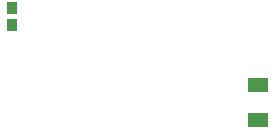
<source format=gbr>
G04 EAGLE Gerber RS-274X export*
G75*
%MOMM*%
%FSLAX34Y34*%
%LPD*%
%INSolderpaste Bottom*%
%IPPOS*%
%AMOC8*
5,1,8,0,0,1.08239X$1,22.5*%
G01*
%ADD10R,0.930000X1.010000*%
%ADD11R,1.770000X1.230000*%


D10*
X787400Y1085110D03*
X787400Y1099290D03*
D11*
X995477Y1034521D03*
X995477Y1005201D03*
M02*

</source>
